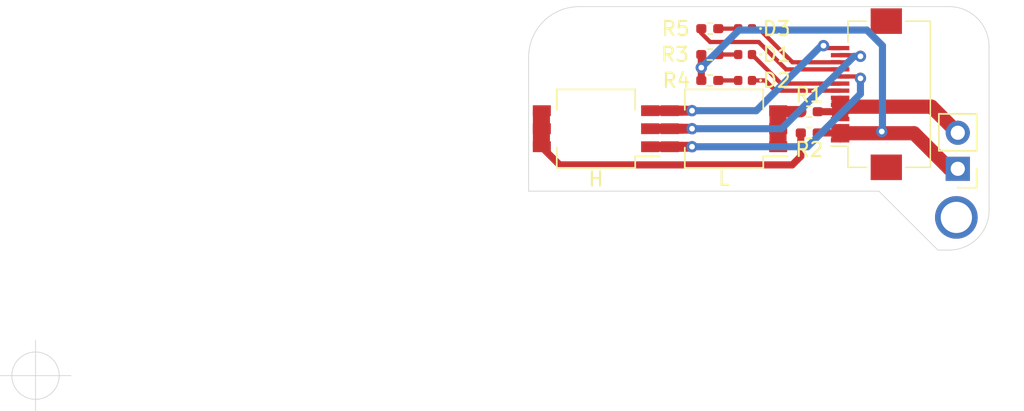
<source format=kicad_pcb>
(kicad_pcb (version 20211014) (generator pcbnew)
  (layers (0 "F.Cu" signal) (31 "B.Cu" signal) (34 "B.Paste" user) (35 "F.Paste" user) (36 "B.SilkS" user "B.Silkscreen") (37 "F.SilkS" user "F.Silkscreen") (38 "B.Mask" user) (39 "F.Mask" user) (44 "Edge.Cuts" user))
  (net 0 "")
  (net 1 "Net-(D1-Pad2)")
  (net 2 "Net-(D2-Pad2)")
  (net 3 "Net-(D3-Pad2)")
  (net 4 "GND")
  (net 5 "BAT+")
  (net 6 "Net-(R2-Pad2)")
  (net 7 "Net-(R1-Pad1)")
  (net 8 "BAT_ISET")
  (net 9 "REG_power")
  (net 10 "REG_EN2")
  (net 11 "REG_EN1")
  (net 12 "REG_CHG")
  (net 13 "BAT_PG")
  (net 14 "BAT_CHG")
  (footprint "Connector_FFC-FPC:Hirose_FH12-14S-0.5SH_1x14-1MP_P0.50mm_Horizontal" (layer "F.Cu") (at 180.08 115.96 90)
    (fp_text reference "J7" hide)
    (fp_text value "Conn_01x14")
    (fp_line (start 5.15 4.5) (end 5.15 2.76) (layer "F.SilkS") (width 0.1))
    (fp_line (start -5.15 -1.3) (end -5.15 0.04) (layer "F.SilkS") (width 0.1))
    (fp_line (start 5.15 -1.3) (end 5.15 0.04) (layer "F.SilkS") (width 0.1))
    (fp_line (start -5.15 2.76) (end -5.15 4.5) (layer "F.SilkS") (width 0.1))
    (fp_line (start 3.66 -1.3) (end 5.15 -1.3) (layer "F.SilkS") (width 0.1))
    (fp_line (start -3.66 -1.3) (end -3.66 -2.5) (layer "F.SilkS") (width 0.1))
    (fp_line (start -3.66 -1.3) (end -5.15 -1.3) (layer "F.SilkS") (width 0.1))
    (fp_line (start -5.15 4.5) (end 5.15 4.5) (layer "F.SilkS") (width 0.1))
    (pad "1" smd rect locked (at -3.25 -1.85 90) (size 0.3 1.3) (layers "F.Cu" "F.Paste" "F.Mask") (net 5 "BAT+"))
    (pad "2" smd rect locked (at -2.75 -1.85 90) (size 0.3 1.3) (layers "F.Cu" "F.Paste" "F.Mask") (net 5 "BAT+"))
    (pad "3" smd rect locked (at -2.25 -1.85 90) (size 0.3 1.3) (layers "F.Cu" "F.Paste" "F.Mask") (net 5 "BAT+"))
    (pad "4" smd rect locked (at -1.75 -1.85 90) (size 0.3 1.3) (layers "F.Cu" "F.Paste" "F.Mask") (net 4 "GND"))
    (pad "5" smd rect locked (at -1.25 -1.85 90) (size 0.3 1.3) (layers "F.Cu" "F.Paste" "F.Mask") (net 4 "GND"))
    (pad "6" smd rect locked (at -0.75 -1.85 90) (size 0.3 1.3) (layers "F.Cu" "F.Paste" "F.Mask") (net 4 "GND"))
    (pad "7" smd rect locked (at -0.25 -1.85 90) (size 0.3 1.3) (layers "F.Cu" "F.Paste" "F.Mask") (net 4 "GND"))
    (pad "8" smd rect locked (at 0.25 -1.85 90) (size 0.3 1.3) (layers "F.Cu" "F.Paste" "F.Mask") (net 14 "BAT_CHG"))
    (pad "9" smd rect locked (at 0.75 -1.85 90) (size 0.3 1.3) (layers "F.Cu" "F.Paste" "F.Mask") (net 13 "BAT_PG"))
    (pad "10" smd rect locked (at 1.25 -1.85 90) (size 0.3 1.3) (layers "F.Cu" "F.Paste" "F.Mask") (net 8 "BAT_ISET"))
    (pad "11" smd rect locked (at 1.75 -1.85 90) (size 0.3 1.3) (layers "F.Cu" "F.Paste" "F.Mask") (net 9 "REG_power"))
    (pad "12" smd rect locked (at 2.25 -1.85 90) (size 0.3 1.3) (layers "F.Cu" "F.Paste" "F.Mask") (net 12 "REG_CHG"))
    (pad "13" smd rect locked (at 2.75 -1.85 90) (size 0.3 1.3) (layers "F.Cu" "F.Paste" "F.Mask") (net 11 "REG_EN1"))
    (pad "14" smd rect locked (at 3.25 -1.85 90) (size 0.3 1.3) (layers "F.Cu" "F.Paste" "F.Mask") (net 10 "REG_EN2"))
    (pad "MP" smd rect locked (at 5.15 1.4 90) (size 1.8 2.2) (layers "F.Cu" "F.Paste" "F.Mask"))
    (pad "MP" smd rect locked (at -5.15 1.4 90) (size 1.8 2.2) (layers "F.Cu" "F.Paste" "F.Mask"))
  )
  (footprint "Button_Switch_SMD:SW_DIP_SPSTx03_Slide_KingTek_DSHP03TS_W7.62mm_P1.27mm" (layer "F.Cu") (at 161.05 118.39 180)
    (fp_text reference "H" (at 0 -3.55) (layer "F.SilkS"))
    (fp_text value "SW_DIP_x03")
    (fp_line (start 2.76 1.33) (end 2.76 2.765) (layer "F.SilkS") (width 0.12))
    (fp_line (start -2.76 1.33) (end -2.76 2.765) (layer "F.SilkS") (width 0.12))
    (fp_line (start -2.76 -2.766) (end 2.76 -2.766) (layer "F.SilkS") (width 0.12))
    (fp_line (start 2.76 -2.766) (end 2.76 -1.331) (layer "F.SilkS") (width 0.12))
    (fp_line (start -2.76 -2.766) (end -2.76 -1.95) (layer "F.SilkS") (width 0.12))
    (fp_line (start -4.446 -1.95) (end -2.76 -1.95) (layer "F.SilkS") (width 0.12))
    (fp_line (start -2.76 2.765) (end 2.76 2.765) (layer "F.SilkS") (width 0.12))
    (pad "1" smd rect locked (at -3.81 -1.27 180) (size 1.27 0.76) (layers "F.Cu" "F.Paste" "F.Mask") (net 8 "BAT_ISET"))
    (pad "2" smd rect locked (at -3.81 0 180) (size 1.27 0.76) (layers "F.Cu" "F.Paste" "F.Mask") (net 11 "REG_EN1"))
    (pad "3" smd rect locked (at -3.81 1.27 180) (size 1.27 0.76) (layers "F.Cu" "F.Paste" "F.Mask") (net 10 "REG_EN2"))
    (pad "4" smd rect locked (at 3.81 1.27 180) (size 1.27 0.76) (layers "F.Cu" "F.Paste" "F.Mask") (net 6 "Net-(R2-Pad2)"))
    (pad "5" smd rect locked (at 3.81 0 180) (size 1.27 0.76) (layers "F.Cu" "F.Paste" "F.Mask") (net 6 "Net-(R2-Pad2)"))
    (pad "6" smd rect locked (at 3.81 -1.27 180) (size 1.27 0.76) (layers "F.Cu" "F.Paste" "F.Mask") (net 6 "Net-(R2-Pad2)"))
  )
  (footprint "Resistor_SMD:R_0402_1005Metric_Pad0.72x0.64mm_HandSolder" (layer "F.Cu") (at 169.06 114.99 180)
    (fp_text reference "R4" (at 2.35 0) (layer "F.SilkS"))
    (fp_text value "R")
    (fp_line (start -0.167621 0.38) (end 0.167621 0.38) (layer "F.SilkS") (width 0.12))
    (fp_line (start -0.167621 -0.38) (end 0.167621 -0.38) (layer "F.SilkS") (width 0.12))
    (pad "1" smd roundrect locked (at -0.5975 0 180) (size 0.715 0.64) (layers "F.Cu" "F.Paste" "F.Mask") (net 2 "Net-(D2-Pad2)"))
    (pad "2" smd roundrect locked (at 0.5975 0 180) (size 0.715 0.64) (layers "F.Cu" "F.Paste" "F.Mask") (net 5 "BAT+"))
  )
  (footprint "Resistor_SMD:R_0402_1005Metric_Pad0.72x0.64mm_HandSolder" (layer "F.Cu") (at 169.06 113.165 180)
    (fp_text reference "R3" (at 2.45 0) (layer "F.SilkS"))
    (fp_text value "R")
    (fp_line (start -0.167621 0.38) (end 0.167621 0.38) (layer "F.SilkS") (width 0.12))
    (fp_line (start -0.167621 -0.38) (end 0.167621 -0.38) (layer "F.SilkS") (width 0.12))
    (pad "1" smd roundrect locked (at -0.5975 0 180) (size 0.715 0.64) (layers "F.Cu" "F.Paste" "F.Mask") (net 1 "Net-(D1-Pad2)"))
    (pad "2" smd roundrect locked (at 0.5975 0 180) (size 0.715 0.64) (layers "F.Cu" "F.Paste" "F.Mask") (net 5 "BAT+"))
  )
  (footprint "LED_SMD:LED_0402_1005Metric" (layer "F.Cu") (at 171.5425 114.99 180)
    (fp_text reference "D2" (at -2.2175 0) (layer "F.SilkS"))
    (fp_text value "LED")
    (fp_circle (center -1.09 0) (end -1.04 0) (layer "F.SilkS") (width 0.1) (fill none))
    (pad "1" smd roundrect locked (at -0.485 0 180) (size 0.59 0.64) (layers "F.Cu" "F.Paste" "F.Mask") (net 14 "BAT_CHG"))
    (pad "2" smd roundrect locked (at 0.485 0 180) (size 0.59 0.64) (layers "F.Cu" "F.Paste" "F.Mask") (net 2 "Net-(D2-Pad2)"))
  )
  (footprint "Resistor_SMD:R_0402_1005Metric_Pad0.72x0.64mm_HandSolder" (layer "F.Cu") (at 176.06 118.69 180)
    (fp_text reference "R2" (at 0 -1.17) (layer "F.SilkS"))
    (fp_text value "1K")
    (fp_line (start -0.167621 0.38) (end 0.167621 0.38) (layer "F.SilkS") (width 0.12))
    (fp_line (start -0.167621 -0.38) (end 0.167621 -0.38) (layer "F.SilkS") (width 0.12))
    (pad "1" smd roundrect locked (at -0.5975 0 180) (size 0.715 0.64) (layers "F.Cu" "F.Paste" "F.Mask") (net 5 "BAT+"))
    (pad "2" smd roundrect locked (at 0.5975 0 180) (size 0.715 0.64) (layers "F.Cu" "F.Paste" "F.Mask") (net 6 "Net-(R2-Pad2)"))
  )
  (footprint "Connector_PinHeader_2.54mm:PinHeader_1x02_P2.54mm_Vertical" (layer "F.Cu") (at 186.51 121.215 180)
    (fp_text reference "J1" (at 0 -3.425) (layer "F.SilkS"))
    (fp_text value "Conn_01x02")
    (fp_line (start -1.33 3.87) (end 1.33 3.87) (layer "F.SilkS") (width 0.12))
    (fp_line (start -1.33 0) (end -1.33 -1.33) (layer "F.SilkS") (width 0.12))
    (fp_line (start -1.33 1.27) (end -1.33 3.87) (layer "F.SilkS") (width 0.12))
    (fp_line (start -1.33 1.27) (end 1.33 1.27) (layer "F.SilkS") (width 0.12))
    (fp_line (start 1.33 1.27) (end 1.33 3.87) (layer "F.SilkS") (width 0.12))
    (fp_line (start -1.33 -1.33) (end 0 -1.33) (layer "F.SilkS") (width 0.12))
    (pad "1" thru_hole rect locked (at 0 0 180) (size 1.7 1.7) (drill 1) (layers *.Cu *.Mask) (net 5 "BAT+"))
    (pad "2" thru_hole oval locked (at 0 2.54 180) (size 1.7 1.7) (drill 1) (layers *.Cu *.Mask) (net 4 "GND"))
  )
  (footprint "Button_Switch_SMD:SW_DIP_SPSTx03_Slide_KingTek_DSHP03TS_W7.62mm_P1.27mm" (layer "F.Cu") (at 170.06 118.39 180)
    (fp_text reference "L" (at 0 -3.5) (layer "F.SilkS"))
    (fp_text value "SW_DIP_x03")
    (fp_line (start -2.76 -2.766) (end 2.76 -2.766) (layer "F.SilkS") (width 0.12))
    (fp_line (start 2.76 1.33) (end 2.76 2.765) (layer "F.SilkS") (width 0.12))
    (fp_line (start -2.76 2.765) (end 2.76 2.765) (layer "F.SilkS") (width 0.12))
    (fp_line (start -2.76 1.33) (end -2.76 2.765) (layer "F.SilkS") (width 0.12))
    (fp_line (start -4.446 -1.95) (end -2.76 -1.95) (layer "F.SilkS") (width 0.12))
    (fp_line (start 2.76 -2.766) (end 2.76 -1.331) (layer "F.SilkS") (width 0.12))
    (fp_line (start -2.76 -2.766) (end -2.76 -1.95) (layer "F.SilkS") (width 0.12))
    (pad "1" smd rect locked (at -3.81 -1.27 180) (size 1.27 0.76) (layers "F.Cu" "F.Paste" "F.Mask") (net 7 "Net-(R1-Pad1)"))
    (pad "2" smd rect locked (at -3.81 0 180) (size 1.27 0.76) (layers "F.Cu" "F.Paste" "F.Mask") (net 7 "Net-(R1-Pad1)"))
    (pad "3" smd rect locked (at -3.81 1.27 180) (size 1.27 0.76) (layers "F.Cu" "F.Paste" "F.Mask") (net 7 "Net-(R1-Pad1)"))
    (pad "4" smd rect locked (at 3.81 1.27 180) (size 1.27 0.76) (layers "F.Cu" "F.Paste" "F.Mask") (net 10 "REG_EN2"))
    (pad "5" smd rect locked (at 3.81 0 180) (size 1.27 0.76) (layers "F.Cu" "F.Paste" "F.Mask") (net 11 "REG_EN1"))
    (pad "6" smd rect locked (at 3.81 -1.27 180) (size 1.27 0.76) (layers "F.Cu" "F.Paste" "F.Mask") (net 8 "BAT_ISET"))
  )
  (footprint "LED_SMD:LED_0402_1005Metric" (layer "F.Cu") (at 171.5425 111.34 180)
    (fp_text reference "D3" (at -2.2175 0) (layer "F.SilkS"))
    (fp_text value "LED")
    (fp_circle (center -1.09 0) (end -1.04 0) (layer "F.SilkS") (width 0.1) (fill none))
    (pad "1" smd roundrect locked (at -0.485 0 180) (size 0.59 0.64) (layers "F.Cu" "F.Paste" "F.Mask") (net 12 "REG_CHG"))
    (pad "2" smd roundrect locked (at 0.485 0 180) (size 0.59 0.64) (layers "F.Cu" "F.Paste" "F.Mask") (net 3 "Net-(D3-Pad2)"))
  )
  (footprint "Resistor_SMD:R_0402_1005Metric_Pad0.72x0.64mm_HandSolder" (layer "F.Cu") (at 176.06 117.19)
    (fp_text reference "R1" (at 0 -1.17) (layer "F.SilkS"))
    (fp_text value "1K")
    (fp_line (start -0.167621 -0.38) (end 0.167621 -0.38) (layer "F.SilkS") (width 0.12))
    (fp_line (start -0.167621 0.38) (end 0.167621 0.38) (layer "F.SilkS") (width 0.12))
    (pad "1" smd roundrect locked (at -0.5975 0) (size 0.715 0.64) (layers "F.Cu" "F.Paste" "F.Mask") (net 7 "Net-(R1-Pad1)"))
    (pad "2" smd roundrect locked (at 0.5975 0) (size 0.715 0.64) (layers "F.Cu" "F.Paste" "F.Mask") (net 4 "GND"))
  )
  (footprint "Resistor_SMD:R_0402_1005Metric_Pad0.72x0.64mm_HandSolder" (layer "F.Cu") (at 169.06 111.34 180)
    (fp_text reference "R5" (at 2.4 0) (layer "F.SilkS"))
    (fp_text value "R")
    (fp_line (start -0.167621 0.38) (end 0.167621 0.38) (layer "F.SilkS") (width 0.12))
    (fp_line (start -0.167621 -0.38) (end 0.167621 -0.38) (layer "F.SilkS") (width 0.12))
    (pad "1" smd roundrect locked (at -0.5975 0 180) (size 0.715 0.64) (layers "F.Cu" "F.Paste" "F.Mask") (net 3 "Net-(D3-Pad2)"))
    (pad "2" smd roundrect locked (at 0.5975 0 180) (size 0.715 0.64) (layers "F.Cu" "F.Paste" "F.Mask") (net 9 "REG_power"))
  )
  (footprint "LED_SMD:LED_0402_1005Metric" (layer "F.Cu") (at 171.5425 113.165 180)
    (fp_text reference "D1" (at -2.2175 0) (layer "F.SilkS"))
    (fp_text value "LED")
    (fp_circle (center -1.09 0) (end -1.04 0) (layer "F.SilkS") (width 0.1) (fill none))
    (pad "1" smd roundrect locked (at -0.485 0 180) (size 0.59 0.64) (layers "F.Cu" "F.Paste" "F.Mask") (net 13 "BAT_PG"))
    (pad "2" smd roundrect locked (at 0.485 0 180) (size 0.59 0.64) (layers "F.Cu" "F.Paste" "F.Mask") (net 1 "Net-(D1-Pad2)"))
  )
  (gr_line (start 188.71 112.570214) (end 188.715327 124.14) (layer "Edge.Cuts") (width 0.05))
  (gr_arc (start 156.31 113.34) (mid 157.38808 110.79704) (end 159.96 109.79) (layer "Edge.Cuts") (width 0.05))
  (gr_arc (start 188.715327 124.14) (mid 187.887752 126.116182) (end 185.91 126.94) (layer "Edge.Cuts") (width 0.05))
  (gr_line (start 159.96 109.79) (end 185.879786 109.79) (layer "Edge.Cuts") (width 0.05))
  (gr_line (start 185.91 126.94) (end 185.11 126.94) (layer "Edge.Cuts") (width 0.05))
  (gr_arc (start 185.879786 109.79) (mid 187.869341 110.595327) (end 188.71 112.570214) (layer "Edge.Cuts") (width 0.05))
  (gr_line (start 156.31 122.79) (end 180.96 122.79) (layer "Edge.Cuts") (width 0.05))
  (gr_line (start 156.31 122.79) (end 156.31 113.34) (layer "Edge.Cuts") (width 0.05))
  (gr_line (start 180.96 122.79) (end 185.11 126.94) (layer "Edge.Cuts") (width 0.05))
  (target plus (at 121.61 135.79) (size 5) (width 0.05) (layer "Edge.Cuts"))
  (via (at 186.41 124.64) (size 3) (drill 2.2) (layers "F.Cu" "B.Cu") (net 0))
  (segment (start 169.6575 113.165) (end 171.0575 113.165) (width 0.3) (layer "F.Cu") (net 1))
  (segment (start 171.0575 114.99) (end 169.6575 114.99) (width 0.3) (layer "F.Cu") (net 2))
  (segment (start 171.0575 111.34) (end 169.6575 111.34) (width 0.3) (layer "F.Cu") (net 3))
  (segment (start 178.23 116.71) (end 178.23 117.71) (width 0.3) (layer "F.Cu") (net 4))
  (segment (start 178.41 116.84) (end 178.41 117.71) (width 0.3) (layer "F.Cu") (net 4))
  (segment (start 178.23 116.21) (end 178.23 116.71) (width 0.3) (layer "F.Cu") (net 4))
  (segment (start 178.21 117.19) (end 178.23 117.21) (width 0.5) (layer "F.Cu") (net 4))
  (segment (start 178.66 116.71) (end 178.66 117.71) (width 0.3) (layer "F.Cu") (net 4))
  (segment (start 178.41 116.84) (end 184.66 116.84) (width 1) (layer "F.Cu") (net 4))
  (segment (start 177.76 116.46) (end 178.26 116.46) (width 0.3) (layer "F.Cu") (net 4))
  (segment (start 184.66 116.84) (end 186.51 118.69) (width 1) (layer "F.Cu") (net 4))
  (segment (start 178.26 116.46) (end 178.76 116.46) (width 0.3) (layer "F.Cu") (net 4))
  (segment (start 178.41 116.71) (end 178.41 116.84) (width 0.3) (layer "F.Cu") (net 4))
  (segment (start 178.06 116.71) (end 178.06 117.71) (width 0.3) (layer "F.Cu") (net 4))
  (segment (start 177.81 116.71) (end 177.81 117.71) (width 0.3) (layer "F.Cu") (net 4))
  (segment (start 176.6575 117.19) (end 178.21 117.19) (width 0.5) (layer "F.Cu") (net 4))
  (segment (start 178.23 118.505) (end 178.23 119.215) (width 0.3) (layer "F.Cu") (net 5))
  (segment (start 176.6575 118.69) (end 178.21 118.69) (width 0.5) (layer "F.Cu") (net 5))
  (segment (start 178.46 118.335) (end 178.46 119.045) (width 0.3) (layer "F.Cu") (net 5))
  (segment (start 178.23 118.71) (end 183.43 118.71) (width 1) (layer "F.Cu") (net 5))
  (segment (start 183.43 118.71) (end 185.91 121.19) (width 1) (layer "F.Cu") (net 5))
  (segment (start 181.04 118.71) (end 181.16 118.59) (width 0.5) (layer "F.Cu") (net 5))
  (segment (start 178.23 118.21) (end 178.23 118.92) (width 0.3) (layer "F.Cu") (net 5))
  (segment (start 178.71 118.335) (end 178.71 119.045) (width 0.3) (layer "F.Cu") (net 5))
  (segment (start 178.01 118.355) (end 178.01 119.065) (width 0.3) (layer "F.Cu") (net 5))
  (segment (start 177.76 118.355) (end 177.76 119.065) (width 0.3) (layer "F.Cu") (net 5))
  (segment (start 185.91 121.19) (end 186.56 121.19) (width 1) (layer "F.Cu") (net 5))
  (segment (start 178.23 118.71) (end 181.04 118.71) (width 0.5) (layer "F.Cu") (net 5))
  (segment (start 168.4625 113.165) (end 168.4625 114.0875) (width 0.5) (layer "F.Cu") (net 5))
  (segment (start 178.21 118.69) (end 178.23 118.71) (width 0.5) (layer "F.Cu") (net 5))
  (segment (start 168.4625 114.0875) (end 168.4625 114.99) (width 0.5) (layer "F.Cu") (net 5))
  (segment (start 178.23 118.92) (end 178.23 119.21) (width 0.3) (layer "F.Cu") (net 5))
  (via (at 181.16 118.59) (size 0.8) (drill 0.4) (layers "F.Cu" "B.Cu") (net 5))
  (via (at 168.4625 114.0875) (size 0.8) (drill 0.4) (layers "F.Cu" "B.Cu") (net 5))
  (segment (start 181.21 112.54) (end 181.21 118.54) (width 0.5) (layer "B.Cu") (net 5))
  (segment (start 168.46 114.09) (end 171.11 111.44) (width 0.5) (layer "B.Cu") (net 5))
  (segment (start 181.21 118.54) (end 181.16 118.59) (width 0.5) (layer "B.Cu") (net 5))
  (segment (start 171.11 111.44) (end 180.11 111.44) (width 0.5) (layer "B.Cu") (net 5))
  (segment (start 180.11 111.44) (end 181.21 112.54) (width 0.5) (layer "B.Cu") (net 5))
  (segment (start 157.56 117.12) (end 157.56 119.66) (width 0.3) (layer "F.Cu") (net 6))
  (segment (start 157.2 117.12) (end 157.2 119.66) (width 0.3) (layer "F.Cu") (net 6))
  (segment (start 158.49 120.94) (end 157.21 119.66) (width 0.5) (layer "F.Cu") (net 6))
  (segment (start 156.76 117.12) (end 156.76 119.66) (width 0.3) (layer "F.Cu") (net 6))
  (segment (start 156.81 117.12) (end 156.81 119.66) (width 0.3) (layer "F.Cu") (net 6))
  (segment (start 157.36 117.12) (end 157.36 119.66) (width 0.3) (layer "F.Cu") (net 6))
  (segment (start 175.4625 118.69) (end 175.4625 120.3375) (width 0.5) (layer "F.Cu") (net 6))
  (segment (start 175.4625 120.3375) (end 174.86 120.94) (width 0.5) (layer "F.Cu") (net 6))
  (segment (start 157.66 117.12) (end 157.66 119.66) (width 0.3) (layer "F.Cu") (net 6))
  (segment (start 174.86 120.94) (end 158.49 120.94) (width 0.5) (layer "F.Cu") (net 6))
  (segment (start 157.01 117.12) (end 157.01 119.66) (width 0.3) (layer "F.Cu") (net 6))
  (segment (start 174.31 117.11802) (end 174.31 119.65802) (width 0.3) (layer "F.Cu") (net 7))
  (segment (start 173.41 117.12) (end 173.41 119.66) (width 0.3) (layer "F.Cu") (net 7))
  (segment (start 173.61 117.12) (end 173.61 119.66) (width 0.3) (layer "F.Cu") (net 7))
  (segment (start 175.4625 117.19) (end 173.94 117.19) (width 0.8) (layer "F.Cu") (net 7))
  (segment (start 173.94 117.19) (end 173.87 117.12) (width 0.3) (layer "F.Cu") (net 7))
  (segment (start 173.87 117.12) (end 173.87 119.66) (width 0.3) (layer "F.Cu") (net 7))
  (segment (start 174.11 117.12) (end 174.11 119.66) (width 0.3) (layer "F.Cu") (net 7))
  (segment (start 164.86 119.66) (end 167.14 119.66) (width 0.7) (layer "F.Cu") (net 8))
  (segment (start 179.53 114.71) (end 179.66 114.84) (width 0.3) (layer "F.Cu") (net 8))
  (segment (start 166.25 119.66) (end 167.81 119.66) (width 0.7) (layer "F.Cu") (net 8))
  (segment (start 178.23 114.71) (end 179.53 114.71) (width 0.3) (layer "F.Cu") (net 8))
  (via (at 179.66 114.84) (size 0.8) (drill 0.4) (layers "F.Cu" "B.Cu") (net 8))
  (via (at 167.81 119.66) (size 0.8) (drill 0.4) (layers "F.Cu" "B.Cu") (net 8))
  (segment (start 175.94 119.66) (end 179.66 115.94) (width 0.5) (layer "B.Cu") (net 8))
  (segment (start 167.81 119.66) (end 175.94 119.66) (width 0.5) (layer "B.Cu") (net 8))
  (segment (start 179.66 115.94) (end 179.66 114.84) (width 0.5) (layer "B.Cu") (net 8))
  (segment (start 172.498495 112.280583) (end 174.427912 114.21) (width 0.3) (layer "F.Cu") (net 9))
  (segment (start 169.083084 112.280583) (end 172.498495 112.280583) (width 0.3) (layer "F.Cu") (net 9))
  (segment (start 168.4625 111.659999) (end 169.083084 112.280583) (width 0.3) (layer "F.Cu") (net 9))
  (segment (start 168.4625 111.34) (end 168.4625 111.659999) (width 0.3) (layer "F.Cu") (net 9))
  (segment (start 174.427912 114.21) (end 178.23 114.21) (width 0.3) (layer "F.Cu") (net 9))
  (segment (start 178.23 112.71) (end 177.23 112.71) (width 0.3) (layer "F.Cu") (net 10))
  (segment (start 177.23 112.71) (end 177.06 112.54) (width 0.3) (layer "F.Cu") (net 10))
  (segment (start 166.25 117.12) (end 167.81 117.12) (width 0.7) (layer "F.Cu") (net 10))
  (segment (start 164.86 117.12) (end 167.14 117.12) (width 0.7) (layer "F.Cu") (net 10))
  (via (at 177.06 112.54) (size 0.8) (drill 0.4) (layers "F.Cu" "B.Cu") (net 10))
  (via (at 167.81 117.12) (size 0.8) (drill 0.4) (layers "F.Cu" "B.Cu") (net 10))
  (segment (start 172.33 117.12) (end 176.91 112.54) (width 0.5) (layer "B.Cu") (net 10))
  (segment (start 167.81 117.12) (end 172.33 117.12) (width 0.5) (layer "B.Cu") (net 10))
  (segment (start 176.91 112.54) (end 177.06 112.54) (width 0.5) (layer "B.Cu") (net 10))
  (segment (start 166.25 118.39) (end 167.81 118.39) (width 0.7) (layer "F.Cu") (net 11))
  (segment (start 167.14 118.39) (end 164.86 118.39) (width 0.7) (layer "F.Cu") (net 11))
  (segment (start 179.58 113.21) (end 179.66 113.29) (width 0.3) (layer "F.Cu") (net 11))
  (segment (start 178.23 113.21) (end 179.58 113.21) (width 0.3) (layer "F.Cu") (net 11))
  (via (at 179.66 113.29) (size 0.8) (drill 0.4) (layers "F.Cu" "B.Cu") (net 11))
  (via (at 167.81 118.39) (size 0.8) (drill 0.4) (layers "F.Cu" "B.Cu") (net 11))
  (segment (start 179.21 113.29) (end 179.66 113.29) (width 0.5) (layer "B.Cu") (net 11))
  (segment (start 167.81 118.39) (end 174.11 118.39) (width 0.5) (layer "B.Cu") (net 11))
  (segment (start 174.11 118.39) (end 179.21 113.29) (width 0.5) (layer "B.Cu") (net 11))
  (segment (start 174.88 113.71) (end 172.51 111.34) (width 0.3) (layer "F.Cu") (net 12))
  (segment (start 172.51 111.34) (end 172.0275 111.34) (width 0.3) (layer "F.Cu") (net 12))
  (segment (start 178.23 113.71) (end 174.88 113.71) (width 0.3) (layer "F.Cu") (net 12))
  (segment (start 178.23 115.21) (end 174.0725 115.21) (width 0.3) (layer "F.Cu") (net 13))
  (segment (start 174.0725 115.21) (end 172.0275 113.165) (width 0.3) (layer "F.Cu") (net 13))
  (segment (start 173.67307 115.71) (end 172.95307 114.99) (width 0.3) (layer "F.Cu") (net 14))
  (segment (start 178.23 115.71) (end 173.67307 115.71) (width 0.3) (layer "F.Cu") (net 14))
  (segment (start 172.95307 114.99) (end 172.0275 114.99) (width 0.3) (layer "F.Cu") (net 14))
)
</source>
